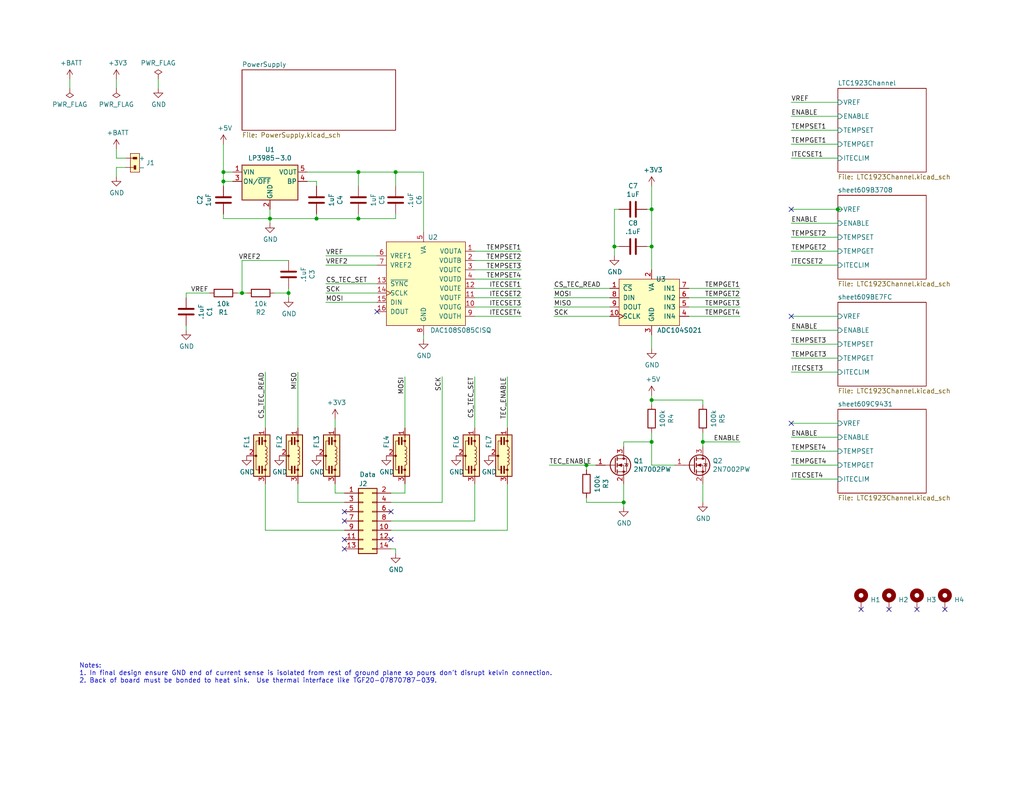
<source format=kicad_sch>
(kicad_sch (version 20211123) (generator eeschema)
  (paper "USLetter")
  (title_block (title "TEC Control Board") (date "2021-05-01") (rev "1") (company "Brian Pepin"))
  (lib_symbols
    (symbol "Connector_Generic:Conn_02x07_Odd_Even" (pin_names (offset 1.016) hide)
      (property "Reference" "J" (at 1.27 10.16 0))
      (property "Value" "Conn_02x07_Odd_Even" (at 1.27 -10.16 0))
      (symbol "Conn_02x07_Odd_Even_1_1"
        (rectangle (start -1.27 -7.493) (end 0 -7.747) (stroke (width 0.1524)))
        (rectangle (start -1.27 -4.953) (end 0 -5.207) (stroke (width 0.1524)))
        (rectangle (start -1.27 -2.413) (end 0 -2.667) (stroke (width 0.1524)))
        (rectangle (start -1.27 0.127) (end 0 -0.127) (stroke (width 0.1524)))
        (rectangle (start -1.27 2.667) (end 0 2.413) (stroke (width 0.1524)))
        (rectangle (start -1.27 5.207) (end 0 4.953) (stroke (width 0.1524)))
        (rectangle (start -1.27 7.747) (end 0 7.493) (stroke (width 0.1524)))
        (rectangle (start -1.27 8.89) (end 3.81 -8.89) (stroke (width 0.254)) (fill (type background)))
        (rectangle (start 3.81 -7.493) (end 2.54 -7.747) (stroke (width 0.1524)))
        (rectangle (start 3.81 -4.953) (end 2.54 -5.207) (stroke (width 0.1524)))
        (rectangle (start 3.81 -2.413) (end 2.54 -2.667) (stroke (width 0.1524)))
        (rectangle (start 3.81 0.127) (end 2.54 -0.127) (stroke (width 0.1524)))
        (rectangle (start 3.81 2.667) (end 2.54 2.413) (stroke (width 0.1524)))
        (rectangle (start 3.81 5.207) (end 2.54 4.953) (stroke (width 0.1524)))
        (rectangle (start 3.81 7.747) (end 2.54 7.493) (stroke (width 0.1524)))
        (pin passive line (at -5.08 7.62 0) (length 3.81) (name "Pin_1") (number "1"))
        (pin passive line (at 7.62 -2.54 180) (length 3.81) (name "Pin_10") (number "10"))
        (pin passive line (at -5.08 -5.08 0) (length 3.81) (name "Pin_11") (number "11"))
        (pin passive line (at 7.62 -5.08 180) (length 3.81) (name "Pin_12") (number "12"))
        (pin passive line (at -5.08 -7.62 0) (length 3.81) (name "Pin_13") (number "13"))
        (pin passive line (at 7.62 -7.62 180) (length 3.81) (name "Pin_14") (number "14"))
        (pin passive line (at 7.62 7.62 180) (length 3.81) (name "Pin_2") (number "2"))
        (pin passive line (at -5.08 5.08 0) (length 3.81) (name "Pin_3") (number "3"))
        (pin passive line (at 7.62 5.08 180) (length 3.81) (name "Pin_4") (number "4"))
        (pin passive line (at -5.08 2.54 0) (length 3.81) (name "Pin_5") (number "5"))
        (pin passive line (at 7.62 2.54 180) (length 3.81) (name "Pin_6") (number "6"))
        (pin passive line (at -5.08 0 0) (length 3.81) (name "Pin_7") (number "7"))
        (pin passive line (at 7.62 0 180) (length 3.81) (name "Pin_8") (number "8"))
        (pin passive line (at -5.08 -2.54 0) (length 3.81) (name "Pin_9") (number "9"))
      )
    )
    (symbol "Device:C" (pin_numbers hide) (pin_names (offset 0.254))
      (property "Reference" "C" (at 0.635 2.54 0))
      (property "Value" "C" (at 0.635 -2.54 0))
      (symbol "C_0_1"
        (polyline (pts (xy -2.032 -0.762) (xy 2.032 -0.762)) (stroke (width 0.508)))
        (polyline (pts (xy -2.032 0.762) (xy 2.032 0.762)) (stroke (width 0.508)))
      )
      (symbol "C_1_1"
        (pin passive line (at 0 3.81 270) (length 2.794) (name "~") (number "1"))
        (pin passive line (at 0 -3.81 90) (length 2.794) (name "~") (number "2"))
      )
    )
    (symbol "Device:Filter_EMI_CLC" (pin_names (offset 0.254) hide)
      (property "Reference" "FL" (at 0 6.985 0))
      (property "Value" "Filter_EMI_CLC" (at 0 5.08 0))
      (symbol "Filter_EMI_CLC_0_1"
        (rectangle (start -5.715 3.81) (end 5.588 -0.635) (stroke (width 0.254)) (fill (type background)))
        (rectangle (start -5.08 0.762) (end -3.048 1.016) (fill (type outline)))
        (circle (center -4.064 2.54) (radius 0.254) (fill (type outline)))
        (rectangle (start -3.048 1.524) (end -5.08 1.778) (fill (type outline)))
        (arc (start -1.524 2.54) (mid -2.032 3.048) (end -2.54 2.54))
        (arc (start -0.508 2.54) (mid -1.016 3.048) (end -1.524 2.54))
        (polyline (pts (xy -5.08 2.54) (xy -2.54 2.54)))
        (polyline (pts (xy -4.064 2.54) (xy -4.064 1.778)))
        (polyline (pts (xy 2.54 2.54) (xy 5.08 2.54)))
        (polyline (pts (xy 3.81 2.54) (xy 3.81 1.778)))
        (polyline (pts (xy -4.064 0.762) (xy -4.064 0) (xy 3.81 0) (xy 3.81 0.762)))
        (circle (center 0 0) (radius 0.254) (fill (type outline)))
        (arc (start 0.508 2.54) (mid 0 3.048) (end -0.508 2.54))
        (arc (start 1.524 2.54) (mid 1.016 3.048) (end 0.508 2.54))
        (arc (start 2.54 2.54) (mid 2.032 3.048) (end 1.524 2.54))
        (rectangle (start 2.794 0.762) (end 4.826 1.016) (fill (type outline)))
        (circle (center 3.81 2.54) (radius 0.254) (fill (type outline)))
        (rectangle (start 4.826 1.524) (end 2.794 1.778) (fill (type outline)))
      )
      (symbol "Filter_EMI_CLC_1_1"
        (pin passive line (at -7.62 2.54 0) (length 2.54) (name "1") (number "1"))
        (pin passive line (at 0 -2.54 90) (length 2.54) (name "2") (number "2"))
        (pin passive line (at 7.62 2.54 180) (length 2.54) (name "3") (number "3"))
      )
    )
    (symbol "Device:R" (pin_numbers hide) (pin_names (offset 0))
      (property "Reference" "R" (at 2.032 0 90))
      (property "Value" "R" (at 0 0 90))
      (symbol "R_0_1"
        (rectangle (start -1.016 -2.54) (end 1.016 2.54) (stroke (width 0.254)))
      )
      (symbol "R_1_1"
        (pin passive line (at 0 3.81 270) (length 1.27) (name "~") (number "1"))
        (pin passive line (at 0 -3.81 90) (length 1.27) (name "~") (number "2"))
      )
    )
    (symbol "Mechanical:MountingHole_Pad" (pin_numbers hide) (pin_names (offset 1.016) hide)
      (property "Reference" "H" (at 0 6.35 0))
      (property "Value" "MountingHole_Pad" (at 0 4.445 0))
      (symbol "MountingHole_Pad_0_1"
        (circle (center 0 1.27) (radius 1.27) (stroke (width 1.27)))
      )
      (symbol "MountingHole_Pad_1_1"
        (pin input line (at 0 -2.54 90) (length 2.54) (name "1") (number "1"))
      )
    )
    (symbol "Regulator_Linear:LP2985-3.0" (pin_names (offset 0.254))
      (property "Reference" "U" (at -6.35 5.715 0))
      (property "Value" "LP2985-3.0" (at 0 5.715 0))
      (symbol "LP2985-3.0_0_1"
        (rectangle (start -7.62 -5.08) (end 7.62 4.445) (stroke (width 0.254)) (fill (type background)))
      )
      (symbol "LP2985-3.0_1_1"
        (pin power_in line (at -10.16 2.54 0) (length 2.54) (name "VIN") (number "1"))
        (pin power_in line (at 0 -7.62 90) (length 2.54) (name "GND") (number "2"))
        (pin input line (at -10.16 0 0) (length 2.54) (name "ON/~{OFF}") (number "3"))
        (pin input line (at 10.16 0 180) (length 2.54) (name "BP") (number "4"))
        (pin power_out line (at 10.16 2.54 180) (length 2.54) (name "VOUT") (number "5"))
      )
    )
    (symbol "Symbols:ADC104S021" (pin_names (offset 1.016))
      (property "Reference" "U" (at 3.81 7.62 0))
      (property "Value" "ADC104S021" (at -8.89 -7.62 0))
      (symbol "ADC104S021_0_1"
        (rectangle (start -8.89 6.35) (end 7.62 -6.35) (fill (type background)))
      )
      (symbol "ADC104S021_1_1"
        (pin input line (at -11.43 3.81 0) (length 2.54) (name "~{CS}") (number "1"))
        (pin input clock (at -11.43 -3.81 0) (length 2.54) (name "SCLK") (number "10"))
        (pin power_in line (at 0 8.89 270) (length 2.54) (name "VA") (number "2"))
        (pin power_in line (at 0 -8.89 90) (length 2.54) (name "GND") (number "3"))
        (pin input line (at 10.16 -3.81 180) (length 2.54) (name "IN4") (number "4"))
        (pin input line (at 10.16 -1.27 180) (length 2.54) (name "IN3") (number "5"))
        (pin input line (at 10.16 1.27 180) (length 2.54) (name "IN2") (number "6"))
        (pin input line (at 10.16 3.81 180) (length 2.54) (name "IN1") (number "7"))
        (pin tri_state line (at -11.43 1.27 0) (length 2.54) (name "DIN") (number "8"))
        (pin tri_state line (at -11.43 -1.27 0) (length 2.54) (name "DOUT") (number "9"))
      )
    )
    (symbol "Symbols:DAC108S085CISQ" (pin_names (offset 1.016))
      (property "Reference" "U" (at -8.89 12.7 0))
      (property "Value" "DAC108S085CISQ" (at 10.16 -12.7 0))
      (symbol "DAC108S085CISQ_0_1"
        (rectangle (start -10.16 11.43) (end 11.43 -11.43) (fill (type background)))
      )
      (symbol "DAC108S085CISQ_1_1"
        (pin output line (at 13.97 8.89 180) (length 2.54) (name "VOUTA") (number "1"))
        (pin output line (at 13.97 -6.35 180) (length 2.54) (name "VOUTG") (number "10"))
        (pin output line (at 13.97 -3.81 180) (length 2.54) (name "VOUTF") (number "11"))
        (pin output line (at 13.97 -1.27 180) (length 2.54) (name "VOUTE") (number "12"))
        (pin input line (at -12.7 0 0) (length 2.54) (name "~{SYNC}") (number "13"))
        (pin input clock (at -12.7 -2.54 0) (length 2.54) (name "SCLK") (number "14"))
        (pin input line (at -12.7 -5.08 0) (length 2.54) (name "DIN") (number "15"))
        (pin input line (at -12.7 -7.62 0) (length 2.54) (name "DOUT") (number "16"))
        (pin passive line (at 0 -13.97 90) (length 2.54) hide (name "GND") (number "17"))
        (pin output line (at 13.97 6.35 180) (length 2.54) (name "VOUTB") (number "2"))
        (pin output line (at 13.97 3.81 180) (length 2.54) (name "VOUTC") (number "3"))
        (pin output line (at 13.97 1.27 180) (length 2.54) (name "VOUTD") (number "4"))
        (pin power_in line (at 0 13.97 270) (length 2.54) (name "VA") (number "5"))
        (pin input line (at -12.7 7.62 0) (length 2.54) (name "VREF1") (number "6"))
        (pin input line (at -12.7 5.08 0) (length 2.54) (name "VREF2") (number "7"))
        (pin power_in line (at 0 -13.97 90) (length 2.54) (name "GND") (number "8"))
        (pin output line (at 13.97 -8.89 180) (length 2.54) (name "VOUTH") (number "9"))
      )
    )
    (symbol "Transistor_FET:2N7002" (pin_names hide)
      (property "Reference" "Q" (at 5.08 1.905 0))
      (property "Value" "2N7002" (at 5.08 0 0))
      (symbol "2N7002_0_1"
        (polyline (pts (xy 0.254 0) (xy -2.54 0)))
        (polyline (pts (xy 0.254 1.905) (xy 0.254 -1.905)) (stroke (width 0.254)))
        (polyline (pts (xy 0.762 -1.27) (xy 0.762 -2.286)) (stroke (width 0.254)))
        (polyline (pts (xy 0.762 0.508) (xy 0.762 -0.508)) (stroke (width 0.254)))
        (polyline (pts (xy 0.762 2.286) (xy 0.762 1.27)) (stroke (width 0.254)))
        (polyline (pts (xy 2.54 2.54) (xy 2.54 1.778)))
        (polyline (pts (xy 2.54 -2.54) (xy 2.54 0) (xy 0.762 0)))
        (polyline (pts (xy 0.762 -1.778) (xy 3.302 -1.778) (xy 3.302 1.778) (xy 0.762 1.778)))
        (polyline (pts (xy 1.016 0) (xy 2.032 0.381) (xy 2.032 -0.381) (xy 1.016 0)) (fill (type outline)))
        (polyline (pts (xy 2.794 0.508) (xy 2.921 0.381) (xy 3.683 0.381) (xy 3.81 0.254)))
        (polyline (pts (xy 3.302 0.381) (xy 2.921 -0.254) (xy 3.683 -0.254) (xy 3.302 0.381)))
        (circle (center 1.651 0) (radius 2.794) (stroke (width 0.254)))
        (circle (center 2.54 -1.778) (radius 0.254) (fill (type outline)))
        (circle (center 2.54 1.778) (radius 0.254) (fill (type outline)))
      )
      (symbol "2N7002_1_1"
        (pin input line (at -5.08 0 0) (length 2.54) (name "G") (number "1"))
        (pin passive line (at 2.54 -5.08 90) (length 2.54) (name "S") (number "2"))
        (pin passive line (at 2.54 5.08 270) (length 2.54) (name "D") (number "3"))
      )
    )
    (symbol "pepin_con:DEANS" (pin_numbers hide) (pin_names (offset 1.016))
      (property "Reference" "J" (at -1.27 3.81 0))
      (symbol "DEANS_0_1"
        (rectangle (start -1.27 2.54) (end 1.27 -2.54) (fill (type background)))
        (rectangle (start -0.508 1.524) (end 0.508 1.016) (fill (type outline)))
        (rectangle (start -0.254 -0.762) (end 0.254 -1.778) (fill (type outline)))
      )
      (symbol "DEANS_1_1"
        (pin passive line (at -2.54 1.27 0) (length 2.54) (name "+") (number "+"))
        (pin passive line (at -2.54 -1.27 0) (length 2.54) (name "-") (number "-"))
      )
    )
    (symbol "power:+3V3" (power) (pin_names (offset 0))
      (property "Value" "+3V3" (at 0 3.556 0))
      (symbol "+3V3_0_1"
        (polyline (pts (xy -0.762 1.27) (xy 0 2.54)))
        (polyline (pts (xy 0 0) (xy 0 2.54)))
        (polyline (pts (xy 0 2.54) (xy 0.762 1.27)))
      )
      (symbol "+3V3_1_1"
        (pin power_in line (at 0 0 90) (length 0) hide (name "+3V3") (number "1"))
      )
    )
    (symbol "power:+5V" (power) (pin_names (offset 0))
      (property "Value" "+5V" (at 0 3.556 0))
      (symbol "+5V_0_1"
        (polyline (pts (xy -0.762 1.27) (xy 0 2.54)))
        (polyline (pts (xy 0 0) (xy 0 2.54)))
        (polyline (pts (xy 0 2.54) (xy 0.762 1.27)))
      )
      (symbol "+5V_1_1"
        (pin power_in line (at 0 0 90) (length 0) hide (name "+5V") (number "1"))
      )
    )
    (symbol "power:+BATT" (power) (pin_names (offset 0))
      (property "Value" "+BATT" (at 0 3.556 0))
      (symbol "+BATT_0_1"
        (polyline (pts (xy -0.762 1.27) (xy 0 2.54)))
        (polyline (pts (xy 0 0) (xy 0 2.54)))
        (polyline (pts (xy 0 2.54) (xy 0.762 1.27)))
      )
      (symbol "+BATT_1_1"
        (pin power_in line (at 0 0 90) (length 0) hide (name "+BATT") (number "1"))
      )
    )
    (symbol "power:GND" (power) (pin_names (offset 0))
      (property "Value" "GND" (at 0 -3.81 0))
      (symbol "GND_0_1"
        (polyline (pts (xy 0 0) (xy 0 -1.27) (xy 1.27 -1.27) (xy 0 -2.54) (xy -1.27 -1.27) (xy 0 -1.27)))
      )
      (symbol "GND_1_1"
        (pin power_in line (at 0 0 270) (length 0) hide (name "GND") (number "1"))
      )
    )
    (symbol "power:PWR_FLAG" (power) (pin_numbers hide) (pin_names (offset 0) hide)
      (property "Value" "PWR_FLAG" (at 0 3.81 0))
      (symbol "PWR_FLAG_0_0"
        (pin power_out line (at 0 0 90) (length 0) (name "pwr") (number "1"))
      )
      (symbol "PWR_FLAG_0_1"
        (polyline (pts (xy 0 0) (xy 0 1.27) (xy -1.016 1.905) (xy 0 2.54) (xy 1.016 1.905) (xy 0 1.27)))
      )
    )
  )
  (junction (at 167.64 67.31))
  (junction (at 86.36 59.69))
  (junction (at 177.8 57.15))
  (junction (at 170.18 137.16))
  (junction (at 97.79 46.99))
  (junction (at 191.77 120.65))
  (junction (at 228.6 57.15))
  (junction (at 177.8 109.22))
  (junction (at 160.02 127))
  (junction (at 97.79 59.69))
  (junction (at 177.8 120.65))
  (junction (at 66.04 80.01))
  (junction (at 73.66 59.69))
  (junction (at 78.74 80.01))
  (junction (at 60.96 46.99))
  (junction (at 107.95 46.99))
  (junction (at 177.8 67.31))
  (junction (at 60.96 49.53))
  (no_connect (at 106.68 139.7))
  (no_connect (at 93.98 139.7))
  (no_connect (at 215.9 86.36))
  (no_connect (at 215.9 115.57))
  (no_connect (at 215.9 57.15))
  (no_connect (at 234.95 166.37))
  (no_connect (at 93.98 142.24))
  (no_connect (at 93.98 147.32))
  (no_connect (at 102.87 85.09))
  (no_connect (at 106.68 147.32))
  (no_connect (at 250.19 166.37))
  (no_connect (at 257.81 166.37))
  (no_connect (at 242.57 166.37))
  (no_connect (at 93.98 149.86))
  (wire (pts (xy 102.87 72.39) (xy 88.9 72.39)))
  (wire (pts (xy 120.65 102.87) (xy 120.65 137.16)))
  (wire (pts (xy 60.96 50.8) (xy 60.96 49.53)))
  (wire (pts (xy 167.64 69.85) (xy 167.64 67.31)))
  (wire (pts (xy 228.6 60.96) (xy 215.9 60.96)))
  (wire (pts (xy 170.18 120.65) (xy 177.8 120.65)))
  (wire (pts (xy 228.6 130.81) (xy 215.9 130.81)))
  (wire (pts (xy 91.44 134.62) (xy 91.44 132.08)))
  (wire (pts (xy 60.96 46.99) (xy 60.96 39.37)))
  (wire (pts (xy 167.64 57.15) (xy 167.64 67.31)))
  (wire (pts (xy 86.36 59.69) (xy 73.66 59.69)))
  (wire (pts (xy 187.96 81.28) (xy 201.93 81.28)))
  (wire (pts (xy 106.68 144.78) (xy 138.43 144.78)))
  (wire (pts (xy 160.02 137.16) (xy 170.18 137.16)))
  (wire (pts (xy 160.02 135.89) (xy 160.02 137.16)))
  (wire (pts (xy 102.87 77.47) (xy 88.9 77.47)))
  (wire (pts (xy 228.6 119.38) (xy 215.9 119.38)))
  (wire (pts (xy 215.9 39.37) (xy 228.6 39.37)))
  (wire (pts (xy 129.54 83.82) (xy 142.24 83.82)))
  (wire (pts (xy 107.95 149.86) (xy 107.95 151.13)))
  (wire (pts (xy 86.36 49.53) (xy 86.36 50.8)))
  (wire (pts (xy 177.8 67.31) (xy 177.8 73.66)))
  (wire (pts (xy 215.9 86.36) (xy 228.6 86.36)))
  (wire (pts (xy 43.18 21.59) (xy 43.18 24.13)))
  (wire (pts (xy 81.28 137.16) (xy 81.28 132.08)))
  (wire (pts (xy 187.96 86.36) (xy 201.93 86.36)))
  (wire (pts (xy 228.6 31.75) (xy 215.9 31.75)))
  (wire (pts (xy 34.29 43.18) (xy 31.75 43.18)))
  (wire (pts (xy 187.96 83.82) (xy 201.93 83.82)))
  (wire (pts (xy 88.9 69.85) (xy 102.87 69.85)))
  (wire (pts (xy 170.18 137.16) (xy 170.18 138.43)))
  (wire (pts (xy 34.29 45.72) (xy 31.75 45.72)))
  (wire (pts (xy 97.79 50.8) (xy 97.79 46.99)))
  (wire (pts (xy 60.96 49.53) (xy 60.96 46.99)))
  (wire (pts (xy 107.95 50.8) (xy 107.95 46.99)))
  (wire (pts (xy 129.54 68.58) (xy 142.24 68.58)))
  (wire (pts (xy 106.68 137.16) (xy 120.65 137.16)))
  (wire (pts (xy 106.68 142.24) (xy 129.54 142.24)))
  (wire (pts (xy 102.87 80.01) (xy 88.9 80.01)))
  (wire (pts (xy 177.8 50.8) (xy 177.8 57.15)))
  (wire (pts (xy 102.87 82.55) (xy 88.9 82.55)))
  (wire (pts (xy 166.37 78.74) (xy 151.13 78.74)))
  (wire (pts (xy 177.8 118.11) (xy 177.8 120.65)))
  (wire (pts (xy 72.39 132.08) (xy 72.39 144.78)))
  (wire (pts (xy 93.98 144.78) (xy 72.39 144.78)))
  (wire (pts (xy 50.8 88.9) (xy 50.8 90.17)))
  (wire (pts (xy 215.9 57.15) (xy 228.6 57.15)))
  (wire (pts (xy 106.68 149.86) (xy 107.95 149.86)))
  (wire (pts (xy 86.36 58.42) (xy 86.36 59.69)))
  (wire (pts (xy 93.98 137.16) (xy 81.28 137.16)))
  (wire (pts (xy 129.54 116.84) (xy 129.54 102.87)))
  (wire (pts (xy 83.82 49.53) (xy 86.36 49.53)))
  (wire (pts (xy 228.6 123.19) (xy 215.9 123.19)))
  (wire (pts (xy 31.75 45.72) (xy 31.75 48.26)))
  (wire (pts (xy 176.53 67.31) (xy 177.8 67.31)))
  (wire (pts (xy 162.56 127) (xy 160.02 127)))
  (wire (pts (xy 129.54 73.66) (xy 142.24 73.66)))
  (wire (pts (xy 50.8 80.01) (xy 50.8 81.28)))
  (wire (pts (xy 177.8 120.65) (xy 177.8 127)))
  (wire (pts (xy 177.8 109.22) (xy 177.8 107.95)))
  (wire (pts (xy 110.49 134.62) (xy 110.49 132.08)))
  (wire (pts (xy 228.6 93.98) (xy 215.9 93.98)))
  (wire (pts (xy 93.98 134.62) (xy 91.44 134.62)))
  (wire (pts (xy 110.49 116.84) (xy 110.49 102.87)))
  (wire (pts (xy 215.9 127) (xy 228.6 127)))
  (wire (pts (xy 129.54 71.12) (xy 142.24 71.12)))
  (wire (pts (xy 19.05 21.59) (xy 19.05 24.13)))
  (wire (pts (xy 191.77 110.49) (xy 191.77 109.22)))
  (wire (pts (xy 176.53 57.15) (xy 177.8 57.15)))
  (wire (pts (xy 78.74 80.01) (xy 78.74 81.28)))
  (wire (pts (xy 73.66 57.15) (xy 73.66 59.69)))
  (wire (pts (xy 177.8 91.44) (xy 177.8 95.25)))
  (wire (pts (xy 115.57 46.99) (xy 115.57 63.5)))
  (wire (pts (xy 83.82 46.99) (xy 97.79 46.99)))
  (wire (pts (xy 191.77 121.92) (xy 191.77 120.65)))
  (wire (pts (xy 177.8 127) (xy 184.15 127)))
  (wire (pts (xy 66.04 80.01) (xy 67.31 80.01)))
  (wire (pts (xy 228.6 57.15) (xy 229.87 57.15)))
  (wire (pts (xy 115.57 91.44) (xy 115.57 92.71)))
  (wire (pts (xy 228.6 35.56) (xy 215.9 35.56)))
  (wire (pts (xy 31.75 21.59) (xy 31.75 24.13)))
  (wire (pts (xy 63.5 49.53) (xy 60.96 49.53)))
  (wire (pts (xy 73.66 59.69) (xy 60.96 59.69)))
  (wire (pts (xy 91.44 116.84) (xy 91.44 114.3)))
  (wire (pts (xy 167.64 67.31) (xy 168.91 67.31)))
  (wire (pts (xy 78.74 78.74) (xy 78.74 80.01)))
  (wire (pts (xy 191.77 120.65) (xy 191.77 118.11)))
  (wire (pts (xy 129.54 81.28) (xy 142.24 81.28)))
  (wire (pts (xy 97.79 59.69) (xy 107.95 59.69)))
  (wire (pts (xy 74.93 80.01) (xy 78.74 80.01)))
  (wire (pts (xy 170.18 132.08) (xy 170.18 137.16)))
  (wire (pts (xy 31.75 43.18) (xy 31.75 40.64)))
  (wire (pts (xy 66.04 71.12) (xy 78.74 71.12)))
  (wire (pts (xy 177.8 57.15) (xy 177.8 67.31)))
  (wire (pts (xy 138.43 144.78) (xy 138.43 132.08)))
  (wire (pts (xy 86.36 59.69) (xy 97.79 59.69)))
  (wire (pts (xy 97.79 58.42) (xy 97.79 59.69)))
  (wire (pts (xy 60.96 59.69) (xy 60.96 58.42)))
  (wire (pts (xy 215.9 97.79) (xy 228.6 97.79)))
  (wire (pts (xy 81.28 116.84) (xy 81.28 101.6)))
  (wire (pts (xy 168.91 57.15) (xy 167.64 57.15)))
  (wire (pts (xy 215.9 68.58) (xy 228.6 68.58)))
  (wire (pts (xy 138.43 116.84) (xy 138.43 102.87)))
  (wire (pts (xy 160.02 127) (xy 160.02 128.27)))
  (wire (pts (xy 191.77 120.65) (xy 201.93 120.65)))
  (wire (pts (xy 166.37 83.82) (xy 151.13 83.82)))
  (wire (pts (xy 177.8 109.22) (xy 177.8 110.49)))
  (wire (pts (xy 215.9 115.57) (xy 228.6 115.57)))
  (wire (pts (xy 228.6 27.94) (xy 215.9 27.94)))
  (wire (pts (xy 129.54 86.36) (xy 142.24 86.36)))
  (wire (pts (xy 97.79 46.99) (xy 107.95 46.99)))
  (wire (pts (xy 129.54 78.74) (xy 142.24 78.74)))
  (wire (pts (xy 107.95 46.99) (xy 115.57 46.99)))
  (wire (pts (xy 191.77 109.22) (xy 177.8 109.22)))
  (wire (pts (xy 228.6 72.39) (xy 215.9 72.39)))
  (wire (pts (xy 129.54 142.24) (xy 129.54 132.08)))
  (wire (pts (xy 228.6 101.6) (xy 215.9 101.6)))
  (wire (pts (xy 166.37 81.28) (xy 151.13 81.28)))
  (wire (pts (xy 228.6 43.18) (xy 215.9 43.18)))
  (wire (pts (xy 106.68 134.62) (xy 110.49 134.62)))
  (wire (pts (xy 64.77 80.01) (xy 66.04 80.01)))
  (wire (pts (xy 73.66 59.69) (xy 73.66 60.96)))
  (wire (pts (xy 191.77 132.08) (xy 191.77 137.16)))
  (wire (pts (xy 187.96 78.74) (xy 201.93 78.74)))
  (wire (pts (xy 60.96 46.99) (xy 63.5 46.99)))
  (wire (pts (xy 228.6 64.77) (xy 215.9 64.77)))
  (wire (pts (xy 160.02 127) (xy 149.86 127)))
  (wire (pts (xy 72.39 116.84) (xy 72.39 101.6)))
  (wire (pts (xy 170.18 121.92) (xy 170.18 120.65)))
  (wire (pts (xy 66.04 71.12) (xy 66.04 80.01)))
  (wire (pts (xy 50.8 80.01) (xy 57.15 80.01)))
  (wire (pts (xy 166.37 86.36) (xy 151.13 86.36)))
  (wire (pts (xy 129.54 76.2) (xy 142.24 76.2)))
  (wire (pts (xy 228.6 90.17) (xy 215.9 90.17)))
  (wire (pts (xy 107.95 59.69) (xy 107.95 58.42)))
  (text "Notes:\n1. In final design ensure GND end of current sense is isolated from rest of ground plane so pours don’t disrupt kelvin connection.\n2. Back of board must be bonded to heat sink.  Use thermal interface like TGF20-07870787-039.  \n" (at 21.59 186.69 0) (effects (font (size 1.27 1.27)) (justify left bottom)))
  (label "SCK" (at 151.13 86.36 0))
  (label "SCK" (at 120.65 102.87 270))
  (label "TEMPSET1" (at 215.9 35.56 0))
  (label "CS_TEC_SET" (at 129.54 102.87 270))
  (label "ITECSET3" (at 142.24 83.82 180))
  (label "TEMPSET1" (at 142.24 68.58 180))
  (label "TEMPGET1" (at 201.93 78.74 180))
  (label "ITECSET3" (at 215.9 101.6 0))
  (label "ITECSET1" (at 215.9 43.18 0))
  (label "TEMPGET4" (at 215.9 127 0))
  (label "TEMPSET2" (at 142.24 71.12 180))
  (label "ITECSET1" (at 142.24 78.74 180))
  (label "VREF" (at 88.9 69.85 0))
  (label "TEMPSET4" (at 142.24 76.2 180))
  (label "MISO" (at 151.13 83.82 0))
  (label "VREF" (at 215.9 27.94 0))
  (label "CS_TEC_READ" (at 151.13 78.74 0))
  (label "TEMPGET2" (at 215.9 68.58 0))
  (label "TEMPGET1" (at 215.9 39.37 0))
  (label "TEMPSET3" (at 142.24 73.66 180))
  (label "TEC_ENABLE" (at 138.43 102.87 270))
  (label "ENABLE" (at 215.9 31.75 0))
  (label "ENABLE" (at 215.9 90.17 0))
  (label "MOSI" (at 151.13 81.28 0))
  (label "TEMPSET3" (at 215.9 93.98 0))
  (label "ITECSET2" (at 142.24 81.28 180))
  (label "ITECSET4" (at 142.24 86.36 180))
  (label "CS_TEC_SET" (at 88.9 77.47 0))
  (label "ENABLE" (at 201.93 120.65 180))
  (label "MOSI" (at 88.9 82.55 0))
  (label "SCK" (at 88.9 80.01 0))
  (label "MOSI" (at 110.49 102.87 270))
  (label "ITECSET4" (at 215.9 130.81 0))
  (label "TEMPSET4" (at 215.9 123.19 0))
  (label "VREF" (at 52.07 80.01 0))
  (label "ENABLE" (at 215.9 60.96 0))
  (label "MISO" (at 81.28 101.6 270))
  (label "ENABLE" (at 215.9 119.38 0))
  (label "TEMPGET3" (at 215.9 97.79 0))
  (label "CS_TEC_READ" (at 72.39 101.6 270))
  (label "VREF2" (at 71.12 71.12 180))
  (label "VREF2" (at 88.9 72.39 0))
  (label "TEMPGET4" (at 201.93 86.36 180))
  (label "ITECSET2" (at 215.9 72.39 0))
  (label "TEMPSET2" (at 215.9 64.77 0))
  (label "TEC_ENABLE" (at 149.86 127 0))
  (label "TEMPGET2" (at 201.93 81.28 180))
  (label "TEMPGET3" (at 201.93 83.82 180))
  (symbol (lib_id "power:PWR_FLAG") (at 19.05 24.13 180) (unit 1)
    (property "Reference" "#FLG01" (effects hide))
    (property "Value" "PWR_FLAG" (at 19.05 28.5242 0))
  )
  (symbol (lib_id "power:+BATT") (at 19.05 21.59 0) (unit 1)
    (property "Reference" "#PWR01" (effects hide))
    (property "Value" "+BATT" (at 19.431 17.1958 0))
  )
  (symbol (lib_id "power:PWR_FLAG") (at 31.75 24.13 180) (unit 1)
    (property "Reference" "#FLG02" (effects hide))
    (property "Value" "PWR_FLAG" (at 31.75 28.5242 0))
  )
  (symbol (lib_id "Device:C") (at 107.95 54.61 180) (unit 1)
    (property "Reference" "C6" (at 114.3508 54.61 90))
    (property "Value" ".1uF" (at 112.0394 54.61 90))
    (property "Footprint" "Capacitor_SMD:C_0805_2012Metric" (effects hide))
    (property "PartNo" "VJ0805Y104KXXAT" (effects hide))
  )
  (symbol (lib_id "Device:C") (at 172.72 57.15 270) (unit 1)
    (property "Reference" "C7" (at 172.72 50.7492 90))
    (property "Value" "1uF" (at 172.72 53.0606 90))
    (property "Footprint" "Capacitor_SMD:C_0805_2012Metric" (effects hide))
    (property "PartNo" "UMF212B7105KGHT" (effects hide))
  )
  (symbol (lib_id "power:GND") (at 31.75 48.26 0) (unit 1)
    (property "Reference" "#PWR04" (effects hide))
    (property "Value" "GND" (at 31.877 52.6542 0))
  )
  (symbol (lib_id "power:GND") (at 115.57 92.71 0) (unit 1)
    (property "Reference" "#PWR016" (effects hide))
    (property "Value" "GND" (at 115.697 97.1042 0))
  )
  (symbol (lib_id "power:GND") (at 107.95 151.13 0) (unit 1)
    (property "Reference" "#PWR015" (effects hide))
    (property "Value" "GND" (at 108.077 155.5242 0))
  )
  (symbol (lib_id "power:GND") (at 177.8 95.25 0) (unit 1)
    (property "Reference" "#PWR023" (effects hide))
    (property "Value" "GND" (at 177.927 99.6442 0))
  )
  (symbol (lib_id "power:GND") (at 167.64 69.85 0) (unit 1)
    (property "Reference" "#PWR020" (effects hide))
    (property "Value" "GND" (at 167.767 74.2442 0))
  )
  (symbol (lib_id "Symbols:ADC104S021") (at 177.8 82.55 0) (unit 1)
    (property "Reference" "U3" (at 180.34 76.2 0))
    (property "Value" "ADC104S021" (at 185.42 90.17 0))
    (property "Footprint" "Package_SO:VSSOP-10_3x3mm_P0.5mm" (effects hide))
    (property "PartNo" "ADC104S021CIMMX/NOPB" (effects hide))
  )
  (symbol (lib_id "Device:C") (at 172.72 67.31 270) (unit 1)
    (property "Reference" "C8" (at 172.72 60.9092 90))
    (property "Value" ".1uF" (at 172.72 63.2206 90))
    (property "Footprint" "Capacitor_SMD:C_0805_2012Metric" (effects hide))
    (property "PartNo" "VJ0805Y104KXXAT" (effects hide))
  )
  (symbol (lib_id "power:+3V3") (at 177.8 50.8 0) (unit 1)
    (property "Reference" "#PWR022" (effects hide))
    (property "Value" "+3.3V" (at 178.181 46.4058 0))
  )
  (symbol (lib_id "power:+3V3") (at 31.75 21.59 0) (unit 1)
    (property "Reference" "#PWR02" (effects hide))
    (property "Value" "+3.3V" (at 32.131 17.1958 0))
  )
  (symbol (lib_id "pepin_con:DEANS") (at 36.83 44.45 0) (unit 1)
    (property "Reference" "J1" (at 39.8526 44.45 0) (effects (justify left)))
    (property "Value" "DEANS" (effects hide))
    (property "Footprint" "pepin-footprints:Connector_Deans_Male" (effects hide))
    (property "Datasheet" "http://cdn.sparkfun.com/datasheets/Prototyping/deans_connector_PRT-11864.pdf" (effects hide))
  )
  (symbol (lib_id "power:+BATT") (at 31.75 40.64 0) (unit 1)
    (property "Reference" "#PWR03" (effects hide))
    (property "Value" "+BATT" (at 32.131 36.2458 0))
  )
  (symbol (lib_id "Connector_Generic:Conn_02x07_Odd_Even") (at 99.06 142.24 0) (unit 1)
    (property "Reference" "J2" (at 99.06 132.08 0))
    (property "Value" "Data" (at 100.33 129.54 0))
    (property "Footprint" "Connector_IDC:IDC-Header_2x07_P2.54mm_Horizontal" (effects hide))
    (property "PartNo" "2-1761605-5" (effects hide))
  )
  (symbol (lib_id "power:+3V3") (at 91.44 114.3 0) (unit 1)
    (property "Reference" "#PWR013" (effects hide))
    (property "Value" "+3.3V" (at 91.821 109.9058 0))
  )
  (symbol (lib_id "Symbols:DAC108S085CISQ") (at 115.57 77.47 0) (unit 1)
    (property "Reference" "U2" (at 118.11 64.77 0))
    (property "Value" "DAC108S085CISQ" (at 125.73 90.17 0))
    (property "Footprint" "Package_DFN_QFN:WQFN-16-1EP_4x4mm_P0.5mm_EP2.6x2.6mm_ThermalVias" (effects hide))
    (property "PartNo" "DAC108S085CISQ/NOPB" (effects hide))
  )
  (symbol (lib_id "Mechanical:MountingHole_Pad") (at 234.95 163.83 0) (unit 1)
    (property "Reference" "H1" (at 237.49 163.7538 0) (effects (justify left)))
    (property "Value" "MountingHole_Pad" (effects hide))
    (property "Footprint" "MountingHole:MountingHole_3mm_Pad_Via" (effects hide))
  )
  (symbol (lib_id "Mechanical:MountingHole_Pad") (at 242.57 163.83 0) (unit 1)
    (property "Reference" "H2" (at 245.11 163.7538 0) (effects (justify left)))
    (property "Value" "MountingHole_Pad" (effects hide))
    (property "Footprint" "MountingHole:MountingHole_3mm_Pad_Via" (effects hide))
  )
  (symbol (lib_id "Mechanical:MountingHole_Pad") (at 250.19 163.83 0) (unit 1)
    (property "Reference" "H3" (at 252.73 163.7538 0) (effects (justify left)))
    (property "Value" "MountingHole_Pad" (effects hide))
    (property "Footprint" "MountingHole:MountingHole_3mm_Pad_Via" (effects hide))
  )
  (symbol (lib_id "Mechanical:MountingHole_Pad") (at 257.81 163.83 0) (unit 1)
    (property "Reference" "H4" (at 260.35 163.7538 0) (effects (justify left)))
    (property "Value" "MountingHole_Pad" (effects hide))
    (property "Footprint" "MountingHole:MountingHole_3mm_Pad_Via" (effects hide))
  )
  (symbol (lib_id "Device:C") (at 97.79 54.61 180) (unit 1)
    (property "Reference" "C5" (at 104.1908 54.61 90))
    (property "Value" "1uF" (at 101.8794 54.61 90))
    (property "Footprint" "Capacitor_SMD:C_0805_2012Metric" (effects hide))
    (property "PartNo" "UMF212B7105KGHT" (effects hide))
  )
  (symbol (lib_id "Regulator_Linear:LP2985-3.0") (at 73.66 49.53 0) (unit 1)
    (property "Reference" "U1" (at 73.66 40.8432 0))
    (property "Value" "LP3985-3.0" (at 73.66 43.1546 0))
    (property "Footprint" "Package_TO_SOT_SMD:SOT-23-5" (effects hide))
    (property "Datasheet" "http://www.ti.com/lit/ds/symlink/lp2985.pdf" (effects hide))
    (property "PartNo" "LP3985IM5X-3.0/NOPB" (effects hide))
  )
  (symbol (lib_id "Device:C") (at 60.96 54.61 0) (unit 1)
    (property "Reference" "C2" (at 54.5592 54.61 90))
    (property "Value" "1uF" (at 56.8706 54.61 90))
    (property "Footprint" "Capacitor_SMD:C_0805_2012Metric" (effects hide))
    (property "PartNo" "UMF212B7105KGHT" (effects hide))
  )
  (symbol (lib_id "Device:C") (at 86.36 54.61 180) (unit 1)
    (property "Reference" "C4" (at 92.7608 54.61 90))
    (property "Value" "1uF" (at 90.4494 54.61 90))
    (property "Footprint" "Capacitor_SMD:C_0805_2012Metric" (effects hide))
    (property "PartNo" "UMF212B7105KGHT" (effects hide))
  )
  (symbol (lib_id "power:GND") (at 73.66 60.96 0) (unit 1)
    (property "Reference" "#PWR09" (effects hide))
    (property "Value" "GND" (at 73.787 65.3542 0))
  )
  (symbol (lib_id "power:+5V") (at 60.96 39.37 0) (unit 1)
    (property "Reference" "#PWR07" (effects hide))
    (property "Value" "+5V" (at 61.341 34.9758 0))
  )
  (symbol (lib_id "power:PWR_FLAG") (at 43.18 21.59 0) (unit 1)
    (property "Reference" "#FLG03" (effects hide))
    (property "Value" "PWR_FLAG" (at 43.18 17.1958 0))
  )
  (symbol (lib_id "power:GND") (at 43.18 24.13 0) (unit 1)
    (property "Reference" "#PWR05" (effects hide))
    (property "Value" "GND" (at 43.307 28.5242 0))
  )
  (symbol (lib_id "Device:Filter_EMI_CLC") (at 88.9 124.46 270) (unit 1)
    (property "Reference" "FL3" (at 86.36 120.65 0))
    (property "Value" "NFL21SP206X1C7D" (effects hide))
    (property "Footprint" "pepin-footprints:EMI_805" (effects hide))
    (property "Datasheet" "http://www.murata.com/~/media/webrenewal/support/library/catalog/products/emc/emifil/c31e.ashx?la=en-gb" (effects hide))
    (property "PartNo" "NFL21SP206X1C7D" (effects hide))
  )
  (symbol (lib_id "power:GND") (at 86.36 124.46 0) (unit 1)
    (property "Reference" "#PWR012" (effects hide))
    (property "Value" "GND" (at 86.487 128.8542 0))
  )
  (symbol (lib_id "Device:Filter_EMI_CLC") (at 78.74 124.46 270) (unit 1)
    (property "Reference" "FL2" (at 76.2 120.65 0))
    (property "Value" "NFL21SP206X1C7D" (effects hide))
    (property "Footprint" "pepin-footprints:EMI_805" (effects hide))
    (property "Datasheet" "http://www.murata.com/~/media/webrenewal/support/library/catalog/products/emc/emifil/c31e.ashx?la=en-gb" (effects hide))
    (property "PartNo" "NFL21SP206X1C7D" (effects hide))
  )
  (symbol (lib_id "power:GND") (at 76.2 124.46 0) (unit 1)
    (property "Reference" "#PWR010" (effects hide))
    (property "Value" "GND" (at 76.327 128.8542 0))
  )
  (symbol (lib_id "Device:Filter_EMI_CLC") (at 69.85 124.46 270) (unit 1)
    (property "Reference" "FL1" (at 67.31 120.65 0))
    (property "Value" "NFL21SP206X1C7D" (effects hide))
    (property "Footprint" "pepin-footprints:EMI_805" (effects hide))
    (property "Datasheet" "http://www.murata.com/~/media/webrenewal/support/library/catalog/products/emc/emifil/c31e.ashx?la=en-gb" (effects hide))
    (property "PartNo" "NFL21SP206X1C7D" (effects hide))
  )
  (symbol (lib_id "power:GND") (at 67.31 124.46 0) (unit 1)
    (property "Reference" "#PWR08" (effects hide))
    (property "Value" "GND" (at 67.437 128.8542 0))
  )
  (symbol (lib_id "Device:Filter_EMI_CLC") (at 107.95 124.46 270) (unit 1)
    (property "Reference" "FL4" (at 105.41 120.65 0))
    (property "Value" "NFL21SP206X1C7D" (effects hide))
    (property "Footprint" "pepin-footprints:EMI_805" (effects hide))
    (property "Datasheet" "http://www.murata.com/~/media/webrenewal/support/library/catalog/products/emc/emifil/c31e.ashx?la=en-gb" (effects hide))
    (property "PartNo" "NFL21SP206X1C7D" (effects hide))
  )
  (symbol (lib_id "power:GND") (at 105.41 124.46 0) (unit 1)
    (property "Reference" "#PWR014" (effects hide))
    (property "Value" "GND" (at 105.537 128.8542 0))
  )
  (symbol (lib_id "Device:Filter_EMI_CLC") (at 127 124.46 270) (unit 1)
    (property "Reference" "FL6" (at 124.46 120.65 0))
    (property "Value" "NFL21SP206X1C7D" (effects hide))
    (property "Footprint" "pepin-footprints:EMI_805" (effects hide))
    (property "Datasheet" "http://www.murata.com/~/media/webrenewal/support/library/catalog/products/emc/emifil/c31e.ashx?la=en-gb" (effects hide))
    (property "PartNo" "NFL21SP206X1C7D" (effects hide))
  )
  (symbol (lib_id "power:GND") (at 124.46 124.46 0) (unit 1)
    (property "Reference" "#PWR018" (effects hide))
    (property "Value" "GND" (at 124.587 128.8542 0))
  )
  (symbol (lib_id "Device:Filter_EMI_CLC") (at 135.89 124.46 270) (unit 1)
    (property "Reference" "FL7" (at 133.35 120.65 0))
    (property "Value" "NFL21SP206X1C7D" (effects hide))
    (property "Footprint" "pepin-footprints:EMI_805" (effects hide))
    (property "Datasheet" "http://www.murata.com/~/media/webrenewal/support/library/catalog/products/emc/emifil/c31e.ashx?la=en-gb" (effects hide))
    (property "PartNo" "NFL21SP206X1C7D" (effects hide))
  )
  (symbol (lib_id "power:GND") (at 133.35 124.46 0) (unit 1)
    (property "Reference" "#PWR019" (effects hide))
    (property "Value" "GND" (at 133.477 128.8542 0))
  )
  (symbol (lib_id "Device:R") (at 71.12 80.01 90) (unit 1)
    (property "Reference" "R2" (at 71.12 85.2678 90))
    (property "Value" "10k" (at 71.12 82.9564 90))
    (property "Footprint" "Resistor_SMD:R_0805_2012Metric" (effects hide))
    (property "PartNo" "AC0805FR-0710KL" (effects hide))
  )
  (symbol (lib_id "Device:R") (at 60.96 80.01 90) (unit 1)
    (property "Reference" "R1" (at 60.96 85.2678 90))
    (property "Value" "10k" (at 60.96 82.9564 90))
    (property "Footprint" "Resistor_SMD:R_0805_2012Metric" (effects hide))
    (property "PartNo" "AC0805FR-0710KL" (effects hide))
  )
  (symbol (lib_id "power:GND") (at 78.74 81.28 0) (unit 1)
    (property "Reference" "#PWR011" (effects hide))
    (property "Value" "GND" (at 78.867 85.6742 0))
  )
  (symbol (lib_id "Device:C") (at 78.74 74.93 180) (unit 1)
    (property "Reference" "C3" (at 85.1408 74.93 90))
    (property "Value" ".1uF" (at 82.8294 74.93 90))
    (property "Footprint" "Capacitor_SMD:C_0805_2012Metric" (effects hide))
    (property "PartNo" "VJ0805Y104KXXAT" (effects hide))
  )
  (symbol (lib_id "Device:C") (at 50.8 85.09 180) (unit 1)
    (property "Reference" "C1" (at 57.2008 85.09 90))
    (property "Value" ".1uF" (at 54.8894 85.09 90))
    (property "Footprint" "Capacitor_SMD:C_0805_2012Metric" (effects hide))
    (property "PartNo" "VJ0805Y104KXXAT" (effects hide))
  )
  (symbol (lib_id "power:GND") (at 50.8 90.17 0) (unit 1)
    (property "Reference" "#PWR06" (effects hide))
    (property "Value" "GND" (at 50.927 94.5642 0))
  )
  (symbol (lib_id "Device:R") (at 177.8 114.3 180) (unit 1)
    (property "Reference" "R4" (at 183.0578 114.3 90))
    (property "Value" "100k" (at 180.7464 114.3 90))
    (property "Footprint" "Resistor_SMD:R_0805_2012Metric" (effects hide))
    (property "PartNo" "RC0805FR-07100KL" (effects hide))
  )
  (symbol (lib_id "power:+5V") (at 177.8 107.95 0) (unit 1)
    (property "Reference" "#PWR024" (effects hide))
    (property "Value" "+5V" (at 178.181 103.5558 0))
  )
  (symbol (lib_id "power:GND") (at 191.77 137.16 0) (unit 1)
    (property "Reference" "#PWR025" (effects hide))
    (property "Value" "GND" (at 191.897 141.5542 0))
  )
  (symbol (lib_id "Device:R") (at 191.77 114.3 180) (unit 1)
    (property "Reference" "R5" (at 197.0278 114.3 90))
    (property "Value" "100k" (at 194.7164 114.3 90))
    (property "Footprint" "Resistor_SMD:R_0805_2012Metric" (effects hide))
    (property "PartNo" "RC0805FR-07100KL" (effects hide))
  )
  (symbol (lib_id "power:GND") (at 170.18 138.43 0) (unit 1)
    (property "Reference" "#PWR021" (effects hide))
    (property "Value" "GND" (at 170.307 142.8242 0))
  )
  (symbol (lib_id "Device:R") (at 160.02 132.08 180) (unit 1)
    (property "Reference" "R3" (at 165.2778 132.08 90))
    (property "Value" "100k" (at 162.9664 132.08 90))
    (property "Footprint" "Resistor_SMD:R_0805_2012Metric" (effects hide))
    (property "PartNo" "RC0805FR-07100KL" (effects hide))
  )
  (symbol (lib_id "Transistor_FET:2N7002") (at 167.64 127 0) (unit 1)
    (property "Reference" "Q1" (at 172.8216 125.8316 0) (effects (justify left)))
    (property "Value" "2N7002PW" (at 172.8216 128.143 0) (effects (justify left)))
    (property "Footprint" "Package_TO_SOT_SMD:SOT-323_SC-70" (effects hide))
    (property "Datasheet" "https://www.onsemi.com/pub/Collateral/NDS7002A-D.PDF" (effects hide))
    (property "PartNo" "2N7002PW,115" (effects hide))
  )
  (symbol (lib_id "Transistor_FET:2N7002") (at 189.23 127 0) (unit 1)
    (property "Reference" "Q2" (at 194.4116 125.8316 0) (effects (justify left)))
    (property "Value" "2N7002PW" (at 194.4116 128.143 0) (effects (justify left)))
    (property "Footprint" "Package_TO_SOT_SMD:SOT-323_SC-70" (effects hide))
    (property "Datasheet" "https://www.onsemi.com/pub/Collateral/NDS7002A-D.PDF" (effects hide))
    (property "PartNo" "2N7002PW,115" (effects hide))
  )
  (sheet (at 228.6 24.13) (size 24.13 22.86)
    (property "Sheet name" "LTC1923Channel" (at 228.6 23.4184 0) (effects (justify left bottom)))
    (property "Sheet file" "LTC1923Channel.kicad_sch" (at 228.6 47.5746 0) (effects (justify left top)))
    (pin "VREF" input (at 228.6 27.94 180))
    (pin "TEMPSET" input (at 228.6 35.56 180))
    (pin "TEMPGET" input (at 228.6 39.37 180))
    (pin "ENABLE" input (at 228.6 31.75 180))
    (pin "ITECLIM" input (at 228.6 43.18 180))
  )
  (sheet (at 66.04 19.05) (size 41.91 16.51)
    (property "Sheet name" "PowerSupply" (at 66.04 18.3384 0) (effects (justify left bottom)))
    (property "Sheet file" "PowerSupply.kicad_sch" (at 66.04 36.1446 0) (effects (justify left top)))
  )
  (sheet (at 228.6 53.34) (size 24.13 22.86)
    (property "Sheet name" "sheet609B3708" (at 228.6 52.6284 0) (effects (justify left bottom)))
    (property "Sheet file" "LTC1923Channel.kicad_sch" (at 228.6 76.7846 0) (effects (justify left top)))
    (pin "VREF" input (at 228.6 57.15 180))
    (pin "TEMPSET" input (at 228.6 64.77 180))
    (pin "TEMPGET" input (at 228.6 68.58 180))
    (pin "ENABLE" input (at 228.6 60.96 180))
    (pin "ITECLIM" input (at 228.6 72.39 180))
  )
  (sheet (at 228.6 82.55) (size 24.13 22.86)
    (property "Sheet name" "sheet609BE7FC" (at 228.6 81.8384 0) (effects (justify left bottom)))
    (property "Sheet file" "LTC1923Channel.kicad_sch" (at 228.6 105.9946 0) (effects (justify left top)))
    (pin "VREF" input (at 228.6 86.36 180))
    (pin "TEMPSET" input (at 228.6 93.98 180))
    (pin "TEMPGET" input (at 228.6 97.79 180))
    (pin "ENABLE" input (at 228.6 90.17 180))
    (pin "ITECLIM" input (at 228.6 101.6 180))
  )
  (sheet (at 228.6 111.76) (size 24.13 22.86)
    (property "Sheet name" "sheet609C9431" (at 228.6 111.0484 0) (effects (justify left bottom)))
    (property "Sheet file" "LTC1923Channel.kicad_sch" (at 228.6 135.2046 0) (effects (justify left top)))
    (pin "VREF" input (at 228.6 115.57 180))
    (pin "TEMPSET" input (at 228.6 123.19 180))
    (pin "TEMPGET" input (at 228.6 127 180))
    (pin "ENABLE" input (at 228.6 119.38 180))
    (pin "ITECLIM" input (at 228.6 130.81 180))
  )
)
</source>
